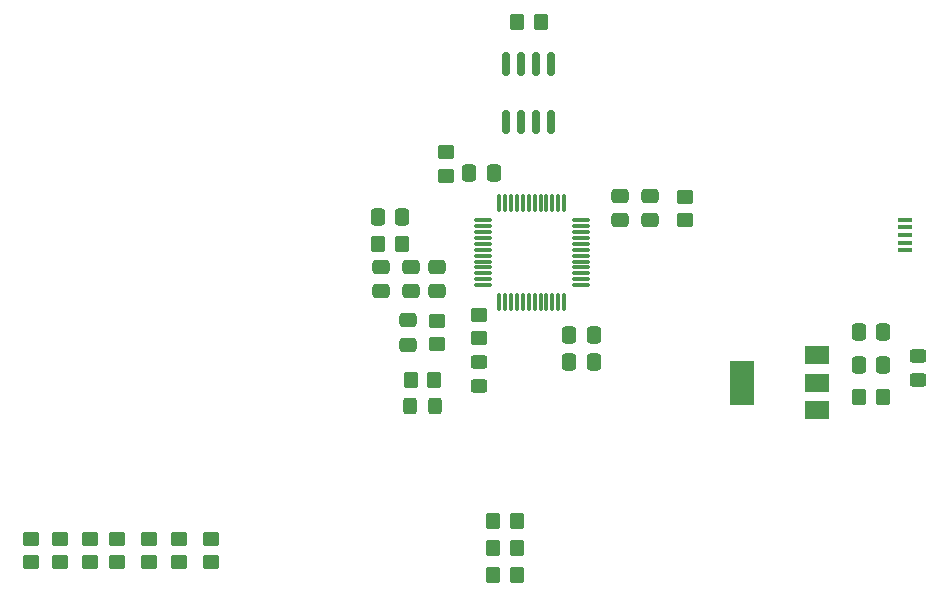
<source format=gbr>
%TF.GenerationSoftware,KiCad,Pcbnew,6.0.9-8da3e8f707~117~ubuntu18.04.1*%
%TF.CreationDate,2023-01-22T23:16:31+05:30*%
%TF.ProjectId,f103_V2,66313033-5f56-4322-9e6b-696361645f70,rev?*%
%TF.SameCoordinates,Original*%
%TF.FileFunction,Paste,Top*%
%TF.FilePolarity,Positive*%
%FSLAX46Y46*%
G04 Gerber Fmt 4.6, Leading zero omitted, Abs format (unit mm)*
G04 Created by KiCad (PCBNEW 6.0.9-8da3e8f707~117~ubuntu18.04.1) date 2023-01-22 23:16:31*
%MOMM*%
%LPD*%
G01*
G04 APERTURE LIST*
G04 Aperture macros list*
%AMRoundRect*
0 Rectangle with rounded corners*
0 $1 Rounding radius*
0 $2 $3 $4 $5 $6 $7 $8 $9 X,Y pos of 4 corners*
0 Add a 4 corners polygon primitive as box body*
4,1,4,$2,$3,$4,$5,$6,$7,$8,$9,$2,$3,0*
0 Add four circle primitives for the rounded corners*
1,1,$1+$1,$2,$3*
1,1,$1+$1,$4,$5*
1,1,$1+$1,$6,$7*
1,1,$1+$1,$8,$9*
0 Add four rect primitives between the rounded corners*
20,1,$1+$1,$2,$3,$4,$5,0*
20,1,$1+$1,$4,$5,$6,$7,0*
20,1,$1+$1,$6,$7,$8,$9,0*
20,1,$1+$1,$8,$9,$2,$3,0*%
G04 Aperture macros list end*
%ADD10RoundRect,0.075000X-0.662500X-0.075000X0.662500X-0.075000X0.662500X0.075000X-0.662500X0.075000X0*%
%ADD11RoundRect,0.075000X-0.075000X-0.662500X0.075000X-0.662500X0.075000X0.662500X-0.075000X0.662500X0*%
%ADD12RoundRect,0.250000X0.350000X0.450000X-0.350000X0.450000X-0.350000X-0.450000X0.350000X-0.450000X0*%
%ADD13RoundRect,0.250000X-0.337500X-0.475000X0.337500X-0.475000X0.337500X0.475000X-0.337500X0.475000X0*%
%ADD14RoundRect,0.250000X0.450000X-0.350000X0.450000X0.350000X-0.450000X0.350000X-0.450000X-0.350000X0*%
%ADD15RoundRect,0.250000X0.450000X-0.325000X0.450000X0.325000X-0.450000X0.325000X-0.450000X-0.325000X0*%
%ADD16R,1.300000X0.450000*%
%ADD17RoundRect,0.250000X0.337500X0.475000X-0.337500X0.475000X-0.337500X-0.475000X0.337500X-0.475000X0*%
%ADD18RoundRect,0.250000X-0.450000X0.350000X-0.450000X-0.350000X0.450000X-0.350000X0.450000X0.350000X0*%
%ADD19RoundRect,0.150000X0.150000X-0.825000X0.150000X0.825000X-0.150000X0.825000X-0.150000X-0.825000X0*%
%ADD20RoundRect,0.250000X-0.350000X-0.450000X0.350000X-0.450000X0.350000X0.450000X-0.350000X0.450000X0*%
%ADD21RoundRect,0.250000X-0.475000X0.337500X-0.475000X-0.337500X0.475000X-0.337500X0.475000X0.337500X0*%
%ADD22R,2.000000X1.500000*%
%ADD23R,2.000000X3.800000*%
%ADD24RoundRect,0.250000X0.475000X-0.337500X0.475000X0.337500X-0.475000X0.337500X-0.475000X-0.337500X0*%
%ADD25RoundRect,0.250000X0.325000X0.450000X-0.325000X0.450000X-0.325000X-0.450000X0.325000X-0.450000X0*%
%ADD26RoundRect,0.250000X-0.450000X0.325000X-0.450000X-0.325000X0.450000X-0.325000X0.450000X0.325000X0*%
G04 APERTURE END LIST*
D10*
%TO.C,U4*%
X144337500Y-90250000D03*
X144337500Y-90750000D03*
X144337500Y-91250000D03*
X144337500Y-91750000D03*
X144337500Y-92250000D03*
X144337500Y-92750000D03*
X144337500Y-93250000D03*
X144337500Y-93750000D03*
X144337500Y-94250000D03*
X144337500Y-94750000D03*
X144337500Y-95250000D03*
X144337500Y-95750000D03*
D11*
X145750000Y-97162500D03*
X146250000Y-97162500D03*
X146750000Y-97162500D03*
X147250000Y-97162500D03*
X147750000Y-97162500D03*
X148250000Y-97162500D03*
X148750000Y-97162500D03*
X149250000Y-97162500D03*
X149750000Y-97162500D03*
X150250000Y-97162500D03*
X150750000Y-97162500D03*
X151250000Y-97162500D03*
D10*
X152662500Y-95750000D03*
X152662500Y-95250000D03*
X152662500Y-94750000D03*
X152662500Y-94250000D03*
X152662500Y-93750000D03*
X152662500Y-93250000D03*
X152662500Y-92750000D03*
X152662500Y-92250000D03*
X152662500Y-91750000D03*
X152662500Y-91250000D03*
X152662500Y-90750000D03*
X152662500Y-90250000D03*
D11*
X151250000Y-88837500D03*
X150750000Y-88837500D03*
X150250000Y-88837500D03*
X149750000Y-88837500D03*
X149250000Y-88837500D03*
X148750000Y-88837500D03*
X148250000Y-88837500D03*
X147750000Y-88837500D03*
X147250000Y-88837500D03*
X146750000Y-88837500D03*
X146250000Y-88837500D03*
X145750000Y-88837500D03*
%TD*%
D12*
%TO.C,R3*%
X145250000Y-120250000D03*
X147250000Y-120250000D03*
%TD*%
D13*
%TO.C,C2*%
X176212500Y-99750000D03*
X178287500Y-99750000D03*
%TD*%
D14*
%TO.C,R17*%
X144000000Y-100250000D03*
X144000000Y-98250000D03*
%TD*%
D12*
%TO.C,R1*%
X145250000Y-115750000D03*
X147250000Y-115750000D03*
%TD*%
D13*
%TO.C,C7*%
X143212500Y-86250000D03*
X145287500Y-86250000D03*
%TD*%
D15*
%TO.C,D2*%
X144000000Y-104275000D03*
X144000000Y-102225000D03*
%TD*%
D16*
%TO.C,J9*%
X180095000Y-92805000D03*
X180095000Y-92155000D03*
X180095000Y-91505000D03*
X180095000Y-90855000D03*
X180095000Y-90205000D03*
%TD*%
D14*
%TO.C,R13*%
X106100000Y-119220000D03*
X106100000Y-117220000D03*
%TD*%
D17*
%TO.C,C11*%
X153750000Y-102250000D03*
X151675000Y-102250000D03*
%TD*%
D18*
%TO.C,R7*%
X141250000Y-84500000D03*
X141250000Y-86500000D03*
%TD*%
D14*
%TO.C,R8*%
X111100000Y-119220000D03*
X111100000Y-117220000D03*
%TD*%
%TO.C,R15*%
X161500000Y-90250000D03*
X161500000Y-88250000D03*
%TD*%
D19*
%TO.C,U5*%
X146345000Y-81975000D03*
X147615000Y-81975000D03*
X148885000Y-81975000D03*
X150155000Y-81975000D03*
X150155000Y-77025000D03*
X148885000Y-77025000D03*
X147615000Y-77025000D03*
X146345000Y-77025000D03*
%TD*%
D17*
%TO.C,C12*%
X153750000Y-100000000D03*
X151675000Y-100000000D03*
%TD*%
D14*
%TO.C,R11*%
X118600000Y-119220000D03*
X118600000Y-117220000D03*
%TD*%
D20*
%TO.C,R18*%
X138250000Y-103750000D03*
X140250000Y-103750000D03*
%TD*%
D14*
%TO.C,R12*%
X121350000Y-119220000D03*
X121350000Y-117220000D03*
%TD*%
D12*
%TO.C,R2*%
X147250000Y-118000000D03*
X145250000Y-118000000D03*
%TD*%
D13*
%TO.C,C5*%
X135462500Y-90000000D03*
X137537500Y-90000000D03*
%TD*%
D21*
%TO.C,C6*%
X156000000Y-88175000D03*
X156000000Y-90250000D03*
%TD*%
D22*
%TO.C,U1*%
X172650000Y-106300000D03*
X172650000Y-104000000D03*
D23*
X166350000Y-104000000D03*
D22*
X172650000Y-101700000D03*
%TD*%
D24*
%TO.C,C1*%
X138000000Y-100787500D03*
X138000000Y-98712500D03*
%TD*%
%TO.C,C9*%
X140500000Y-96287500D03*
X140500000Y-94212500D03*
%TD*%
D18*
%TO.C,R4*%
X140500000Y-98750000D03*
X140500000Y-100750000D03*
%TD*%
D13*
%TO.C,C4*%
X176212500Y-102500000D03*
X178287500Y-102500000D03*
%TD*%
D12*
%TO.C,R16*%
X149250000Y-73500000D03*
X147250000Y-73500000D03*
%TD*%
D25*
%TO.C,D3*%
X140275000Y-106000000D03*
X138225000Y-106000000D03*
%TD*%
D14*
%TO.C,R9*%
X113350000Y-119220000D03*
X113350000Y-117220000D03*
%TD*%
D21*
%TO.C,C3*%
X135750000Y-94175000D03*
X135750000Y-96250000D03*
%TD*%
D14*
%TO.C,R14*%
X108600000Y-119220000D03*
X108600000Y-117220000D03*
%TD*%
D24*
%TO.C,C8*%
X138250000Y-96287500D03*
X138250000Y-94212500D03*
%TD*%
D12*
%TO.C,R5*%
X137500000Y-92250000D03*
X135500000Y-92250000D03*
%TD*%
D26*
%TO.C,D1*%
X181250000Y-101725000D03*
X181250000Y-103775000D03*
%TD*%
D12*
%TO.C,R6*%
X178250000Y-105250000D03*
X176250000Y-105250000D03*
%TD*%
D14*
%TO.C,R10*%
X116100000Y-119220000D03*
X116100000Y-117220000D03*
%TD*%
D21*
%TO.C,C10*%
X158500000Y-88175000D03*
X158500000Y-90250000D03*
%TD*%
M02*

</source>
